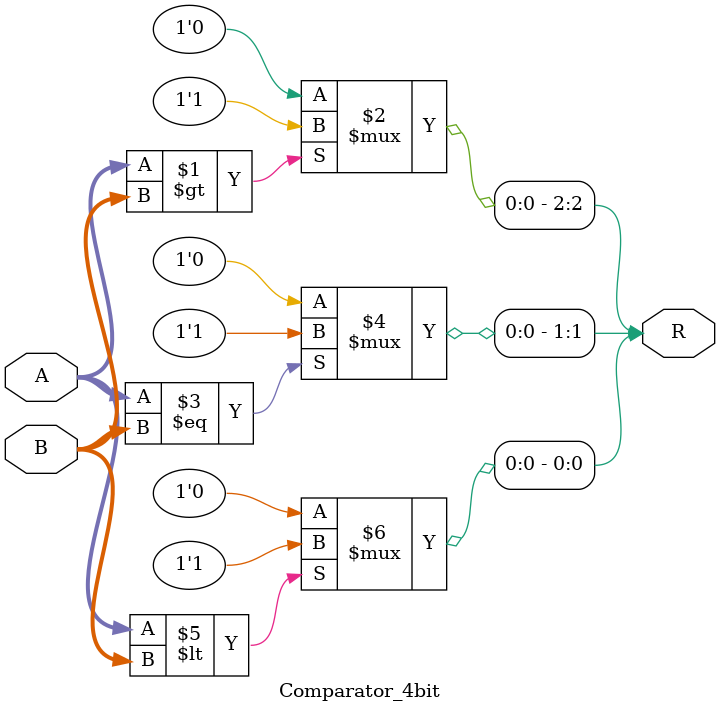
<source format=v>
/**********************************************
*
*FILE: 			Comparator_4bit.v
*AUTHOR: 		Paul Emmanuel G. Corsino
*CLASS: 			CpE 3101L
*SCHEDULE:		Group 2 FRI 11:00 AM - 2:00 PM
*DESCRIPTION:	Simulates a 4-Bit Comparator
*
***********************************************/
module Comparator_4bit (A, B, R);

	input 	[3:0] A, B;
	output 	[2:0] R;
	
  //===--=== 1 if true, else 0 ===--===//
	assign R[2] = (A > B)?  1'b1 : 1'b0;
	assign R[1] = (A == B)? 1'b1 : 1'b0;
	assign R[0] = (A < B)?  1'b1 : 1'b0;
	
endmodule

</source>
